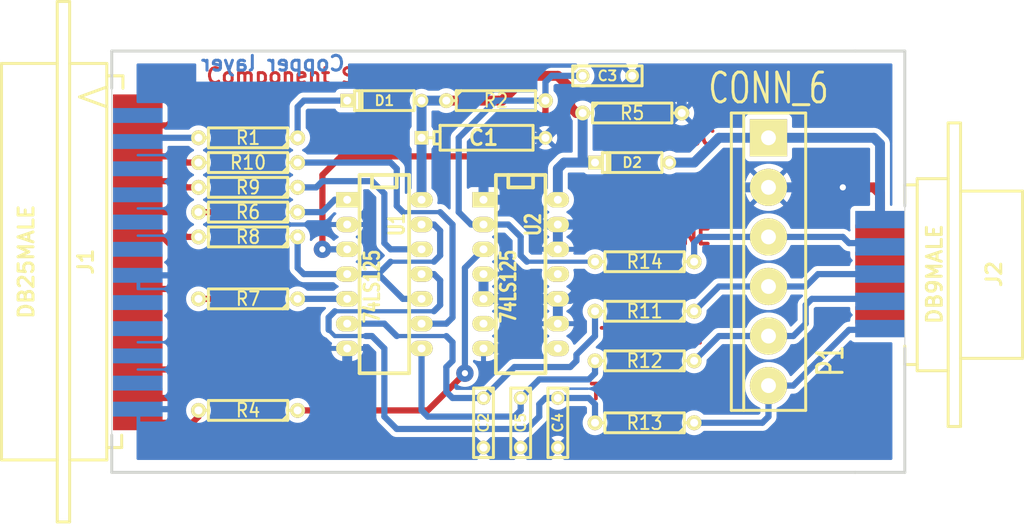
<source format=kicad_pcb>
(kicad_pcb (version 20221018) (generator pcbnew)
  (title_block (rev "1") (company "Kicad Demo"))
  (layers (0 "F.Cu" signal "Dessus") (31 "B.Cu" signal "Dessous") (34 "B.Paste" user) (35 "F.Paste" user) (36 "B.SilkS" user "B.Silkscreen") (37 "F.SilkS" user "F.Silkscreen") (38 "B.Mask" user) (39 "F.Mask" user) (44 "Edge.Cuts" user))
  (net 0 "")
  (net 1 "/CLK-D1")
  (net 2 "/CTRL-D3")
  (net 3 "/DONE-SELECT*")
  (net 4 "/PWR_3,3-5V")
  (net 5 "/TCK-CCLK")
  (net 6 "/TD0-DONE")
  (net 7 "/TD0-PROG-D4")
  (net 8 "/TDI-DIN")
  (net 9 "/TDI-DIN-D0")
  (net 10 "/TMS-PROG")
  (net 11 "/TMS-PROG-D2")
  (net 12 "/VCC_SENSE-ERROR*")
  (net 13 "GND")
  (net 14 "N-000008")
  (net 15 "N-000014")
  (net 16 "N-000015")
  (net 17 "N-000016")
  (net 18 "N-000030")
  (net 19 "N-000031")
  (net 20 "N-000032")
  (net 21 "N-000033")
  (net 22 "N-000034")
  (net 23 "N-000035")
  (net 24 "N-000036")
  (net 25 "N-000038")
  (net 26 "VCC")
  (footprint "14DIP-ELL300" (layer "F.Cu") (at 130.81 90.17 -90)
    (fp_text reference "U1" (at -5.08 -1.27 270) (layer "F.SilkS") (effects (font (size 1.524 1.143) (thickness 0.28702))))
    (fp_text value "74LS125" (at 1.27 1.27 270) (layer "F.SilkS") (effects (font (size 1.524 1.143) (thickness 0.28702))))
    (pad "1" thru_hole rect (at -7.62 3.81 270) (size 1.5748 2.286) (drill 0.8128) (layers "*.Cu" "*.Mask" "F.SilkS") (net 19 "N-000031"))
    (pad "2" thru_hole oval (at -5.08 3.81 270) (size 1.5748 2.286) (drill 0.8128) (layers "*.Cu" "*.Mask" "F.SilkS") (net 13 "GND"))
    (pad "3" thru_hole oval (at -2.54 3.81 270) (size 1.5748 2.286) (drill 0.8128) (layers "*.Cu" "*.Mask" "F.SilkS") (net 25 "N-000038"))
    (pad "4" thru_hole oval (at 0 3.81 270) (size 1.5748 2.286) (drill 0.8128) (layers "*.Cu" "*.Mask" "F.SilkS") (net 21 "N-000033"))
    (pad "5" thru_hole oval (at 2.54 3.81 270) (size 1.5748 2.286) (drill 0.8128) (layers "*.Cu" "*.Mask" "F.SilkS") (net 17 "N-000016"))
    (pad "6" thru_hole oval (at 5.08 3.81 270) (size 1.5748 2.286) (drill 0.8128) (layers "*.Cu" "*.Mask" "F.SilkS") (net 23 "N-000035"))
    (pad "7" thru_hole oval (at 7.62 3.81 270) (size 1.5748 2.286) (drill 0.8128) (layers "*.Cu" "*.Mask" "F.SilkS") (net 13 "GND"))
    (pad "8" thru_hole oval (at 7.62 -3.81 270) (size 1.5748 2.286) (drill 0.8128) (layers "*.Cu" "*.Mask" "F.SilkS") (net 24 "N-000036"))
    (pad "9" thru_hole oval (at 5.08 -3.81 270) (size 1.5748 2.286) (drill 0.8128) (layers "*.Cu" "*.Mask" "F.SilkS") (net 18 "N-000030"))
    (pad "10" thru_hole oval (at 2.54 -3.81 270) (size 1.5748 2.286) (drill 0.8128) (layers "*.Cu" "*.Mask" "F.SilkS") (net 21 "N-000033"))
    (pad "11" thru_hole oval (at 0 -3.81 270) (size 1.5748 2.286) (drill 0.8128) (layers "*.Cu" "*.Mask" "F.SilkS") (net 22 "N-000034"))
    (pad "12" thru_hole oval (at -2.54 -3.81 270) (size 1.5748 2.286) (drill 0.8128) (layers "*.Cu" "*.Mask" "F.SilkS") (net 20 "N-000032"))
    (pad "13" thru_hole oval (at -5.08 -3.81 270) (size 1.5748 2.286) (drill 0.8128) (layers "*.Cu" "*.Mask" "F.SilkS") (net 21 "N-000033"))
    (pad "14" thru_hole oval (at -7.62 -3.81 270) (size 1.5748 2.286) (drill 0.8128) (layers "*.Cu" "*.Mask" "F.SilkS") (net 26 "VCC"))
  )
  (footprint "R4" (layer "F.Cu") (at 157.48 105.41 180)
    (fp_text reference "R13" (at 0 0 180) (layer "F.SilkS") (effects (font (size 1.397 1.27) (thickness 0.2032))))
    (fp_text value "100" hide)
    (pad "1" thru_hole circle (at -5.08 0 180) (size 1.524 1.524) (drill 0.8128) (layers "*.Cu" "*.Mask" "F.SilkS") (net 10 "/TMS-PROG"))
    (pad "2" thru_hole circle (at 5.08 0 180) (size 1.524 1.524) (drill 0.8128) (layers "*.Cu" "*.Mask" "F.SilkS") (net 22 "N-000034"))
  )
  (footprint "D3" (layer "F.Cu") (at 130.81 72.39 180)
    (fp_text reference "D1" (at 0 0 180) (layer "F.SilkS") (effects (font (size 1.016 1.016) (thickness 0.2032))))
    (fp_text value "BAT46" hide)
    (pad "1" thru_hole circle (at -3.81 0 180) (size 1.397 1.397) (drill 0.8128) (layers "*.Cu" "*.Mask" "F.SilkS") (net 26 "VCC"))
    (pad "2" thru_hole rect (at 3.81 0 180) (size 1.397 1.397) (drill 0.8128) (layers "*.Cu" "*.Mask" "F.SilkS") (net 15 "N-000014"))
  )
  (footprint "CP5" (layer "F.Cu") (at 140.97 76.2)
    (fp_text reference "C1" (at 0 0) (layer "F.SilkS") (effects (font (size 1.524 1.524) (thickness 0.3048))))
    (fp_text value "1uF" hide)
    (pad "1" thru_hole rect (at -6.35 0) (size 1.397 1.397) (drill 0.8128) (layers "*.Cu" "*.Mask" "F.SilkS") (net 26 "VCC"))
    (pad "2" thru_hole circle (at 6.35 0) (size 1.397 1.397) (drill 0.8128) (layers "*.Cu" "*.Mask" "F.SilkS") (net 13 "GND"))
  )
  (footprint "R4" (layer "F.Cu") (at 116.84 104.14 180)
    (fp_text reference "R4" (at 0 0 180) (layer "F.SilkS") (effects (font (size 1.397 1.27) (thickness 0.2032))))
    (fp_text value "47" hide)
    (pad "1" thru_hole circle (at -5.08 0 180) (size 1.524 1.524) (drill 0.8128) (layers "*.Cu" "*.Mask" "F.SilkS") (net 16 "N-000015"))
    (pad "2" thru_hole circle (at 5.08 0 180) (size 1.524 1.524) (drill 0.8128) (layers "*.Cu" "*.Mask" "F.SilkS") (net 3 "/DONE-SELECT*"))
  )
  (footprint "C2" (layer "F.Cu") (at 144.78 105.41 -90)
    (fp_text reference "C5" (at 0 0 270) (layer "F.SilkS") (effects (font (size 1.016 1.016) (thickness 0.2032))))
    (fp_text value "100pF" hide)
    (pad "1" thru_hole circle (at -2.54 0 270) (size 1.397 1.397) (drill 0.8128) (layers "*.Cu" "*.Mask" "F.SilkS") (net 24 "N-000036"))
    (pad "2" thru_hole circle (at 2.54 0 270) (size 1.397 1.397) (drill 0.8128) (layers "*.Cu" "*.Mask" "F.SilkS") (net 13 "GND"))
  )
  (footprint "R4" (layer "F.Cu") (at 116.84 92.71 180)
    (fp_text reference "R7" (at 0 0 180) (layer "F.SilkS") (effects (font (size 1.397 1.27) (thickness 0.2032))))
    (fp_text value "100" hide)
    (pad "1" thru_hole circle (at -5.08 0 180) (size 1.524 1.524) (drill 0.8128) (layers "*.Cu" "*.Mask" "F.SilkS") (net 17 "N-000016"))
    (pad "2" thru_hole circle (at 5.08 0 180) (size 1.524 1.524) (drill 0.8128) (layers "*.Cu" "*.Mask" "F.SilkS") (net 9 "/TDI-DIN-D0"))
  )
  (footprint "R4" (layer "F.Cu") (at 157.48 88.9 180)
    (fp_text reference "R14" (at 0 0 180) (layer "F.SilkS") (effects (font (size 1.397 1.27) (thickness 0.2032))))
    (fp_text value "100" hide)
    (pad "1" thru_hole circle (at -5.08 0 180) (size 1.524 1.524) (drill 0.8128) (layers "*.Cu" "*.Mask" "F.SilkS") (net 6 "/TD0-DONE"))
    (pad "2" thru_hole circle (at 5.08 0 180) (size 1.524 1.524) (drill 0.8128) (layers "*.Cu" "*.Mask" "F.SilkS") (net 25 "N-000038"))
  )
  (footprint "R4" (layer "F.Cu") (at 116.84 78.74 180)
    (fp_text reference "R10" (at 0 0 180) (layer "F.SilkS") (effects (font (size 1.397 1.27) (thickness 0.2032))))
    (fp_text value "100" hide)
    (pad "1" thru_hole circle (at -5.08 0 180) (size 1.524 1.524) (drill 0.8128) (layers "*.Cu" "*.Mask" "F.SilkS") (net 18 "N-000030"))
    (pad "2" thru_hole circle (at 5.08 0 180) (size 1.524 1.524) (drill 0.8128) (layers "*.Cu" "*.Mask" "F.SilkS") (net 1 "/CLK-D1"))
  )
  (footprint "bornier6" (layer "F.Cu") (at 170.18 88.9 -90)
    (fp_text reference "P1" (at 10.16 -6.35 270) (layer "F.SilkS") (effects (font (size 2.6162 1.59766) (thickness 0.3048))))
    (fp_text value "CONN_6" (at -17.78 0) (layer "F.SilkS") (effects (font (size 3.05054 2.0955) (thickness 0.3048))))
    (pad "1" thru_hole rect (at -12.7 0 270) (size 3.81 3.81) (drill 1.524) (layers "*.Cu" "*.Mask" "F.SilkS") (net 4 "/PWR_3,3-5V"))
    (pad "2" thru_hole circle (at -7.62 0 270) (size 3.81 3.81) (drill 1.524) (layers "*.Cu" "*.Mask" "F.SilkS") (net 13 "GND"))
    (pad "3" thru_hole circle (at -2.54 0 270) (size 3.81 3.81) (drill 1.524) (layers "*.Cu" "*.Mask" "F.SilkS") (net 6 "/TD0-DONE"))
    (pad "4" thru_hole circle (at 2.54 0 270) (size 3.81 3.81) (drill 1.524) (layers "*.Cu" "*.Mask" "F.SilkS") (net 8 "/TDI-DIN"))
    (pad "5" thru_hole circle (at 7.62 0 270) (size 3.81 3.81) (drill 1.524) (layers "*.Cu" "*.Mask" "F.SilkS") (net 5 "/TCK-CCLK"))
    (pad "6" thru_hole circle (at 12.7 0 270) (size 3.81 3.81) (drill 1.524) (layers "*.Cu" "*.Mask" "F.SilkS") (net 10 "/TMS-PROG"))
  )
  (footprint "D3" (layer "F.Cu") (at 156.21 78.74 180)
    (fp_text reference "D2" (at 0 0 180) (layer "F.SilkS") (effects (font (size 1.016 1.016) (thickness 0.2032))))
    (fp_text value "BAT46" hide)
    (pad "1" thru_hole circle (at -3.81 0 180) (size 1.397 1.397) (drill 0.8128) (layers "*.Cu" "*.Mask" "F.SilkS") (net 4 "/PWR_3,3-5V"))
    (pad "2" thru_hole rect (at 3.81 0 180) (size 1.397 1.397) (drill 0.8128) (layers "*.Cu" "*.Mask" "F.SilkS") (net 26 "VCC"))
  )
  (footprint "C2" (layer "F.Cu") (at 153.67 69.85)
    (fp_text reference "C3" (at 0 0) (layer "F.SilkS") (effects (font (size 1.016 1.016) (thickness 0.2032))))
    (fp_text value "100pF" hide)
    (pad "1" thru_hole circle (at -2.54 0) (size 1.397 1.397) (drill 0.8128) (layers "*.Cu" "*.Mask" "F.SilkS") (net 25 "N-000038"))
    (pad "2" thru_hole circle (at 2.54 0) (size 1.397 1.397) (drill 0.8128) (layers "*.Cu" "*.Mask" "F.SilkS") (net 13 "GND"))
  )
  (footprint "C2" (layer "F.Cu") (at 140.97 105.41 -90)
    (fp_text reference "C2" (at 0 0 270) (layer "F.SilkS") (effects (font (size 1.016 1.016) (thickness 0.2032))))
    (fp_text value "100pF" hide)
    (pad "1" thru_hole circle (at -2.54 0 270) (size 1.397 1.397) (drill 0.8128) (layers "*.Cu" "*.Mask" "F.SilkS") (net 23 "N-000035"))
    (pad "2" thru_hole circle (at 2.54 0 270) (size 1.397 1.397) (drill 0.8128) (layers "*.Cu" "*.Mask" "F.SilkS") (net 13 "GND"))
  )
  (footprint "14DIP-ELL300" (layer "F.Cu") (at 144.78 90.17 -90)
    (fp_text reference "U2" (at -5.08 -1.27 270) (layer "F.SilkS") (effects (font (size 1.524 1.143) (thickness 0.28702))))
    (fp_text value "74LS125" (at 1.27 1.27 270) (layer "F.SilkS") (effects (font (size 1.524 1.143) (thickness 0.28702))))
    (pad "1" thru_hole rect (at -7.62 3.81 270) (size 1.5748 2.286) (drill 0.8128) (layers "*.Cu" "*.Mask" "F.SilkS") (net 13 "GND"))
    (pad "2" thru_hole oval (at -5.08 3.81 270) (size 1.5748 2.286) (drill 0.8128) (layers "*.Cu" "*.Mask" "F.SilkS") (net 25 "N-000038"))
    (pad "3" thru_hole oval (at -2.54 3.81 270) (size 1.5748 2.286) (drill 0.8128) (layers "*.Cu" "*.Mask" "F.SilkS") (net 16 "N-000015"))
    (pad "4" thru_hole oval (at 0 3.81 270) (size 1.5748 2.286) (drill 0.8128) (layers "*.Cu" "*.Mask" "F.SilkS") (net 13 "GND"))
    (pad "5" thru_hole oval (at 2.54 3.81 270) (size 1.5748 2.286) (drill 0.8128) (layers "*.Cu" "*.Mask" "F.SilkS") (net 13 "GND"))
    (pad "6" thru_hole oval (at 5.08 3.81 270) (size 1.5748 2.286) (drill 0.8128) (layers "*.Cu" "*.Mask" "F.SilkS"))
    (pad "7" thru_hole oval (at 7.62 3.81 270) (size 1.5748 2.286) (drill 0.8128) (layers "*.Cu" "*.Mask" "F.SilkS") (net 13 "GND"))
    (pad "8" thru_hole oval (at 7.62 -3.81 270) (size 1.5748 2.286) (drill 0.8128) (layers "*.Cu" "*.Mask" "F.SilkS"))
    (pad "9" thru_hole oval (at 5.08 -3.81 270) (size 1.5748 2.286) (drill 0.8128) (layers "*.Cu" "*.Mask" "F.SilkS") (net 13 "GND"))
    (pad "10" thru_hole oval (at 2.54 -3.81 270) (size 1.5748 2.286) (drill 0.8128) (layers "*.Cu" "*.Mask" "F.SilkS") (net 13 "GND"))
    (pad "11" thru_hole oval (at 0 -3.81 270) (size 1.5748 2.286) (drill 0.8128) (layers "*.Cu" "*.Mask" "F.SilkS"))
    (pad "12" thru_hole oval (at -2.54 -3.81 270) (size 1.5748 2.286) (drill 0.8128) (layers "*.Cu" "*.Mask" "F.SilkS") (net 13 "GND"))
    (pad "13" thru_hole oval (at -5.08 -3.81 270) (size 1.5748 2.286) (drill 0.8128) (layers "*.Cu" "*.Mask" "F.SilkS") (net 13 "GND"))
    (pad "14" thru_hole oval (at -7.62 -3.81 270) (size 1.5748 2.286) (drill 0.8128) (layers "*.Cu" "*.Mask" "F.SilkS") (net 26 "VCC"))
  )
  (footprint "R4" (layer "F.Cu") (at 156.21 73.66)
    (fp_text reference "R5" (at 0 0) (layer "F.SilkS") (effects (font (size 1.397 1.27) (thickness 0.2032))))
    (fp_text value "1K" hide)
    (pad "1" thru_hole circle (at -5.08 0) (size 1.524 1.524) (drill 0.8128) (layers "*.Cu" "*.Mask" "F.SilkS") (net 26 "VCC"))
    (pad "2" thru_hole circle (at 5.08 0) (size 1.524 1.524) (drill 0.8128) (layers "*.Cu" "*.Mask" "F.SilkS") (net 13 "GND"))
  )
  (footprint "R4" (layer "F.Cu") (at 116.84 76.2 180)
    (fp_text reference "R1" (at 0 0 180) (layer "F.SilkS") (effects (font (size 1.397 1.27) (thickness 0.2032))))
    (fp_text value "100" hide)
    (pad "1" thru_hole circle (at -5.08 0 180) (size 1.524 1.524) (drill 0.8128) (layers "*.Cu" "*.Mask" "F.SilkS") (net 15 "N-000014"))
    (pad "2" thru_hole circle (at 5.08 0 180) (size 1.524 1.524) (drill 0.8128) (layers "*.Cu" "*.Mask" "F.SilkS") (net 12 "/VCC_SENSE-ERROR*"))
  )
  (footprint "R4" (layer "F.Cu") (at 142.24 72.39)
    (fp_text reference "R2" (at 0 0) (layer "F.SilkS") (effects (font (size 1.397 1.27) (thickness 0.2032))))
    (fp_text value "5,1K" hide)
    (pad "1" thru_hole circle (at -5.08 0) (size 1.524 1.524) (drill 0.8128) (layers "*.Cu" "*.Mask" "F.SilkS") (net 26 "VCC"))
    (pad "2" thru_hole circle (at 5.08 0) (size 1.524 1.524) (drill 0.8128) (layers "*.Cu" "*.Mask" "F.SilkS") (net 25 "N-000038"))
  )
  (footprint "C2" (layer "F.Cu") (at 148.59 105.41 -90)
    (fp_text reference "C4" (at 0 0 270) (layer "F.SilkS") (effects (font (size 1.016 1.016) (thickness 0.2032))))
    (fp_text value "100pF" hide)
    (pad "1" thru_hole circle (at -2.54 0 270) (size 1.397 1.397) (drill 0.8128) (layers "*.Cu" "*.Mask" "F.SilkS") (net 22 "N-000034"))
    (pad "2" thru_hole circle (at 2.54 0 270) (size 1.397 1.397) (drill 0.8128) (layers "*.Cu" "*.Mask" "F.SilkS") (net 13 "GND"))
  )
  (footprint "DB9M_CI_INVERT" (layer "F.Cu") (at 184.15 90.17 -90)
    (fp_text reference "J2" (at 0 -9.144 270) (layer "F.SilkS") (effects (font (size 1.524 1.524) (thickness 0.3048))))
    (fp_text value "DB9MALE" (at 0 -3.048 270) (layer "F.SilkS") (effects (font (size 1.524 1.524) (thickness 0.3048))))
    (pad "1" connect rect (at -5.588 2.54 270) (size 1.778 5.08) (layers "B.Cu" "B.Mask") (net 4 "/PWR_3,3-5V"))
    (pad "2" connect rect (at -2.794 2.54 270) (size 1.778 5.08) (layers "B.Cu" "B.Mask") (net 6 "/TD0-DONE"))
    (pad "3" connect rect (at 0 2.54 270) (size 1.778 5.08) (layers "B.Cu" "B.Mask") (net 8 "/TDI-DIN"))
    (pad "4" connect rect (at 2.794 2.54 270) (size 1.778 5.08) (layers "B.Cu" "B.Mask") (net 5 "/TCK-CCLK"))
    (pad "5" connect rect (at 5.588 2.54 270) (size 1.778 5.08) (layers "B.Cu" "B.Mask") (net 10 "/TMS-PROG"))
    (pad "6" connect rect (at -4.191 2.54 270) (size 1.778 5.08) (layers "F.Cu" "F.Mask") (net 13 "GND"))
    (pad "7" connect rect (at -1.397 2.54 270) (size 1.778 5.08) (layers "F.Cu" "F.Mask") (net 13 "GND"))
    (pad "8" connect rect (at 1.397 2.54 270) (size 1.778 5.08) (layers "F.Cu" "F.Mask") (net 13 "GND"))
    (pad "9" connect rect (at 4.191 2.54 270) (size 1.778 5.08) (layers "F.Cu" "F.Mask") (net 13 "GND"))
  )
  (footprint "R4" (layer "F.Cu") (at 116.84 81.28 180)
    (fp_text reference "R9" (at 0 0 180) (layer "F.SilkS") (effects (font (size 1.397 1.27) (thickness 0.2032))))
    (fp_text value "100" hide)
    (pad "1" thru_hole circle (at -5.08 0 180) (size 1.524 1.524) (drill 0.8128) (layers "*.Cu" "*.Mask" "F.SilkS") (net 20 "N-000032"))
    (pad "2" thru_hole circle (at 5.08 0 180) (size 1.524 1.524) (drill 0.8128) (layers "*.Cu" "*.Mask" "F.SilkS") (net 11 "/TMS-PROG-D2"))
  )
  (footprint "DB25M_CI" (layer "F.Cu") (at 102.87 88.9 90)
    (fp_text reference "J1" (at 0 -2.667 270) (layer "F.SilkS") (effects (font (size 1.524 1.524) (thickness 0.3048))))
    (fp_text value "DB25MALE" (at 0 -8.763 270) (layer "F.SilkS") (effects (font (size 1.524 1.524) (thickness 0.3048))))
    (pad "1" connect rect (at 16.383 2.667 180) (size 5.08 1.524) (layers "F.Cu" "F.Mask"))
    (pad "2" connect rect (at 13.716 2.667 180) (size 5.08 1.524) (layers "F.Cu" "F.Mask") (net 9 "/TDI-DIN-D0"))
    (pad "3" connect rect (at 10.922 2.667 180) (size 5.08 1.524) (layers "F.Cu" "F.Mask") (net 1 "/CLK-D1"))
    (pad "4" connect rect (at 8.128 2.667 180) (size 5.08 1.524) (layers "F.Cu" "F.Mask") (net 11 "/TMS-PROG-D2"))
    (pad "5" connect rect (at 5.461 2.667 180) (size 5.08 1.524) (layers "F.Cu" "F.Mask") (net 2 "/CTRL-D3"))
    (pad "6" connect rect (at 2.667 2.667 180) (size 5.08 1.524) (layers "F.Cu" "F.Mask") (net 7 "/TD0-PROG-D4"))
    (pad "7" connect rect (at 0 2.667 180) (size 5.08 1.524) (layers "F.Cu" "F.Mask"))
    (pad "8" connect rect (at -2.794 2.667 180) (size 5.08 1.524) (layers "F.Cu" "F.Mask") (net 14 "N-000008"))
    (pad "9" connect rect (at -5.588 2.667 180) (size 5.08 1.524) (layers "F.Cu" "F.Mask"))
    (pad "10" connect rect (at -8.255 2.667 180) (size 5.08 1.524) (layers "F.Cu" "F.Mask"))
    (pad "11" connect rect (at -11.049 2.667 180) (size 5.08 1.524) (layers "F.Cu" "F.Mask") (net 14 "N-000008"))
    (pad "12" connect rect (at -13.716 2.667 180) (size 5.08 1.524) (layers "F.Cu" "F.Mask") (net 14 "N-000008"))
    (pad "13" connect rect (at -16.51 2.667 180) (size 5.08 1.524) (layers "F.Cu" "F.Mask") (net 3 "/DONE-SELECT*"))
    (pad "14" connect rect (at 14.986 2.667 180) (size 5.08 1.524) (layers "B.Cu" "B.Mask"))
    (pad "15" connect rect (at 12.319 2.667 180) (size 5.08 1.524) (layers "B.Cu" "B.Mask") (net 12 "/VCC_SENSE-ERROR*"))
    (pad "16" connect rect (at 9.525 2.667 180) (size 5.08 1.524) (layers "B.Cu" "B.Mask"))
    (pad "17" connect rect (at 6.858 2.667 180) (size 5.08 1.524) (layers "B.Cu" "B.Mask"))
    (pad "18" connect rect (at 4.064 2.667 180) (size 5.08 1.524) (layers "B.Cu" "B.Mask"))
    (pad "19" connect rect (at 1.27 2.667 180) (size 5.08 1.524) (layers "B.Cu" "B.Mask"))
    (pad "20" connect rect (at -1.397 2.667 180) (size 5.08 1.524) (layers "B.Cu" "B.Mask") (net 13 "GND"))
    (pad "21" connect rect (at -4.191 2.667 180) (size 5.08 1.524) (layers "B.Cu" "B.Mask"))
    (pad "22" connect rect (at -6.858 2.667 180) (size 5.08 1.524) (layers "B.Cu" "B.Mask"))
    (pad "23" connect rect (at -9.652 2.667 180) (size 5.08 1.524) (layers "B.Cu" "B.Mask"))
    (pad "24" connect rect (at -12.446 2.667 180) (size 5.08 1.524) (layers "B.Cu" "B.Mask"))
    (pad "25" connect rect (at -15.113 2.667 180) (size 5.08 1.524) (layers "B.Cu" "B.Mask") (net 13 "GND"))
  )
  (footprint "R4" (layer "F.Cu") (at 116.84 83.82 180)
    (fp_text reference "R6" (at 0 0 180) (layer "F.SilkS") (effects (font (size 1.397 1.27) (thickness 0.2032))))
    (fp_text value "100" hide)
    (pad "1" thru_hole circle (at -5.08 0 180) (size 1.524 1.524) (drill 0.8128) (layers "*.Cu" "*.Mask" "F.SilkS") (net 19 "N-000031"))
    (pad "2" thru_hole circle (at 5.08 0 180) (size 1.524 1.524) (drill 0.8128) (layers "*.Cu" "*.Mask" "F.SilkS") (net 7 "/TD0-PROG-D4"))
  )
  (footprint "R4" (layer "F.Cu") (at 116.84 86.36 180)
    (fp_text reference "R8" (at 0 0 180) (layer "F.SilkS") (effects (font (size 1.397 1.27) (thickness 0.2032))))
    (fp_text value "100" hide)
    (pad "1" thru_hole circle (at -5.08 0 180) (size 1.524 1.524) (drill 0.8128) (layers "*.Cu" "*.Mask" "F.SilkS") (net 21 "N-000033"))
    (pad "2" thru_hole circle (at 5.08 0 180) (size 1.524 1.524) (drill 0.8128) (layers "*.Cu" "*.Mask" "F.SilkS") (net 2 "/CTRL-D3"))
  )
  (footprint "R4" (layer "F.Cu") (at 157.48 93.98 180)
    (fp_text reference "R11" (at 0 0 180) (layer "F.SilkS") (effects (font (size 1.397 1.27) (thickness 0.2032))))
    (fp_text value "100" hide)
    (pad "1" thru_hole circle (at -5.08 0 180) (size 1.524 1.524) (drill 0.8128) (layers "*.Cu" "*.Mask" "F.SilkS") (net 8 "/TDI-DIN"))
    (pad "2" thru_hole circle (at 5.08 0 180) (size 1.524 1.524) (drill 0.8128) (layers "*.Cu" "*.Mask" "F.SilkS") (net 23 "N-000035"))
  )
  (footprint "R4" (layer "F.Cu") (at 157.48 99.06 180)
    (fp_text reference "R12" (at 0 0 180) (layer "F.SilkS") (effects (font (size 1.397 1.27) (thickness 0.2032))))
    (fp_text value "100" hide)
    (pad "1" thru_hole circle (at -5.08 0 180) (size 1.524 1.524) (drill 0.8128) (layers "*.Cu" "*.Mask" "F.SilkS") (net 5 "/TCK-CCLK"))
    (pad "2" thru_hole circle (at 5.08 0 180) (size 1.524 1.524) (drill 0.8128) (layers "*.Cu" "*.Mask" "F.SilkS") (net 24 "N-000036"))
  )
  (gr_line (start 179.07 110.49) (end 102.87 110.49) (stroke (width 0.3048)) (layer "Edge.Cuts"))
  (gr_line (start 102.87 71.12) (end 102.87 106.68) (stroke (width 0.1)) (layer "Edge.Cuts"))
  (gr_line (start 184.15 67.31) (end 184.15 83.185) (stroke (width 0.3048)) (layer "Edge.Cuts"))
  (gr_line (start 184.15 110.49) (end 179.07 110.49) (stroke (width 0.3048)) (layer "Edge.Cuts"))
  (gr_line (start 179.07 67.31) (end 184.15 67.31) (stroke (width 0.3048)) (layer "Edge.Cuts"))
  (gr_line (start 102.87 67.31) (end 179.07 67.31) (stroke (width 0.3048)) (layer "Edge.Cuts"))
  (gr_line (start 184.15 83.185) (end 184.15 97.79) (stroke (width 0.1)) (layer "Edge.Cuts"))
  (gr_line (start 102.87 71.12) (end 102.87 67.31) (stroke (width 0.3048)) (layer "Edge.Cuts"))
  (gr_line (start 184.15 97.79) (end 184.15 110.49) (stroke (width 0.3048)) (layer "Edge.Cuts"))
  (gr_line (start 102.87 110.49) (end 102.87 106.68) (stroke (width 0.3048)) (layer "Edge.Cuts"))
  (gr_text "VCC" (at 162.56 76.2) (layer "F.Cu") (effects (font (size 1.524 1.524) (thickness 0.381))))
  (gr_text "GND" (at 162.56 81.28) (layer "F.Cu") (effects (font (size 1.524 1.524) (thickness 0.381))))
  (gr_text "TMS-PROG" (at 158.115 102.235) (layer "F.Cu") (effects (font (size 1.524 1.524) (thickness 0.381))))
  (gr_text "TDI-TIN" (at 158.115 91.44) (layer "F.Cu") (effects (font (size 1.524 1.524) (thickness 0.381))))
  (gr_text "TCK-CCL" (at 158.115 96.52) (layer "F.Cu") (effects (font (size 1.524 1.524) (thickness 0.381))))
  (gr_text "Component Side" (at 121.92 69.85) (layer "F.Cu") (effects (font (size 1.524 1.524) (thickness 0.3048))))
  (gr_text "TDO-DONE" (at 158.115 86.36) (layer "F.Cu") (effects (font (size 1.524 1.524) (thickness 0.381))))
  (gr_text "Copper layer" (at 119.38 68.58) (layer "B.Cu") (effects (font (size 1.524 1.524) (thickness 0.3048)) (justify mirror)))
  (segment (start 111.76 78.74) (end 110.49 78.74) (width 0.635) (layer "F.Cu") (net 1))
  (segment (start 106.045 78.105) (end 105.537 77.978) (width 0.635) (layer "F.Cu") (net 1))
  (segment (start 109.855 78.105) (end 106.045 78.105) (width 0.635) (layer "F.Cu") (net 1))
  (segment (start 110.49 78.74) (end 109.855 78.105) (width 0.635) (layer "F.Cu") (net 1))
  (segment (start 109.855 84.455) (end 109.22 83.82) (width 0.635) (layer "F.Cu") (net 2))
  (segment (start 109.22 83.82) (end 105.41 83.82) (width 0.635) (layer "F.Cu") (net 2))
  (segment (start 110.49 86.36) (end 109.855 85.725) (width 0.635) (layer "F.Cu") (net 2))
  (segment (start 111.76 86.36) (end 110.49 86.36) (width 0.635) (layer "F.Cu") (net 2))
  (segment (start 105.41 83.82) (end 105.537 83.439) (width 0.635) (layer "F.Cu") (net 2))
  (segment (start 109.855 85.725) (end 109.855 84.455) (width 0.635) (layer "F.Cu") (net 2))
  (segment (start 111.76 104.14) (end 111.76 104.775) (width 0.635) (layer "F.Cu") (net 3))
  (segment (start 111.125 105.41) (end 105.537 105.41) (width 0.635) (layer "F.Cu") (net 3))
  (segment (start 111.76 104.775) (end 111.125 105.41) (width 0.635) (layer "F.Cu") (net 3))
  (segment (start 181.61 76.835) (end 180.975 76.2) (width 1.016) (layer "B.Cu") (net 4))
  (segment (start 160.02 78.74) (end 162.56 78.74) (width 1.016) (layer "B.Cu") (net 4))
  (segment (start 181.61 76.835) (end 181.61 84.582) (width 1.016) (layer "B.Cu") (net 4))
  (segment (start 165.1 76.2) (end 170.18 76.2) (width 1.016) (layer "B.Cu") (net 4))
  (segment (start 170.18 76.2) (end 180.975 76.2) (width 1.016) (layer "B.Cu") (net 4))
  (segment (start 162.56 78.74) (end 165.1 76.2) (width 1.016) (layer "B.Cu") (net 4))
  (segment (start 170.18 96.52) (end 172.72 96.52) (width 0.635) (layer "B.Cu") (net 5))
  (segment (start 165.1 96.52) (end 170.18 96.52) (width 0.635) (layer "B.Cu") (net 5))
  (segment (start 173.99 95.25) (end 173.99 93.345) (width 0.635) (layer "B.Cu") (net 5))
  (segment (start 174.625 92.71) (end 181.61 92.71) (width 0.635) (layer "B.Cu") (net 5))
  (segment (start 172.72 96.52) (end 173.99 95.25) (width 0.635) (layer "B.Cu") (net 5))
  (segment (start 162.56 99.06) (end 165.1 96.52) (width 0.635) (layer "B.Cu") (net 5))
  (segment (start 181.61 92.71) (end 181.61 92.964) (width 0.635) (layer "B.Cu") (net 5))
  (segment (start 173.99 93.345) (end 174.625 92.71) (width 0.635) (layer "B.Cu") (net 5))
  (segment (start 177.8 86.36) (end 178.435 86.995) (width 0.635) (layer "B.Cu") (net 6))
  (segment (start 162.56 88.9) (end 162.56 86.995) (width 0.635) (layer "B.Cu") (net 6))
  (segment (start 178.435 86.995) (end 180.975 86.995) (width 0.635) (layer "B.Cu") (net 6))
  (segment (start 163.195 86.36) (end 170.18 86.36) (width 0.635) (layer "B.Cu") (net 6))
  (segment (start 162.56 86.995) (end 163.195 86.36) (width 0.635) (layer "B.Cu") (net 6))
  (segment (start 170.18 86.36) (end 177.8 86.36) (width 0.635) (layer "B.Cu") (net 6))
  (segment (start 180.975 86.995) (end 181.61 87.376) (width 0.635) (layer "B.Cu") (net 6))
  (segment (start 109.982 88.265) (end 113.665 88.265) (width 0.635) (layer "F.Cu") (net 7))
  (segment (start 105.537 86.233) (end 107.95 86.233) (width 0.635) (layer "F.Cu") (net 7))
  (segment (start 107.95 86.233) (end 109.982 88.265) (width 0.635) (layer "F.Cu") (net 7))
  (segment (start 113.665 88.265) (end 114.3 87.63) (width 0.635) (layer "F.Cu") (net 7))
  (segment (start 114.3 84.455) (end 113.665 83.82) (width 0.635) (layer "F.Cu") (net 7))
  (segment (start 113.665 83.82) (end 111.76 83.82) (width 0.635) (layer "F.Cu") (net 7))
  (segment (start 114.3 87.63) (end 114.3 84.455) (width 0.635) (layer "F.Cu") (net 7))
  (segment (start 170.18 91.44) (end 173.99 91.44) (width 0.635) (layer "B.Cu") (net 8))
  (segment (start 175.26 90.17) (end 181.61 90.17) (width 0.635) (layer "B.Cu") (net 8))
  (segment (start 162.56 93.98) (end 165.1 91.44) (width 0.635) (layer "B.Cu") (net 8))
  (segment (start 173.99 91.44) (end 175.26 90.17) (width 0.635) (layer "B.Cu") (net 8))
  (segment (start 165.1 91.44) (end 170.18 91.44) (width 0.635) (layer "B.Cu") (net 8))
  (segment (start 106.045 74.93) (end 106.045 75.565) (width 0.635) (layer "F.Cu") (net 9))
  (segment (start 115.57 74.295) (end 109.22 74.295) (width 0.635) (layer "F.Cu") (net 9))
  (segment (start 109.22 74.295) (end 108.585 74.93) (width 0.635) (layer "F.Cu") (net 9))
  (segment (start 116.205 91.44) (end 116.205 74.93) (width 0.635) (layer "F.Cu") (net 9))
  (segment (start 108.585 74.93) (end 106.045 74.93) (width 0.635) (layer "F.Cu") (net 9))
  (segment (start 114.935 92.71) (end 116.205 91.44) (width 0.635) (layer "F.Cu") (net 9))
  (segment (start 116.205 74.93) (end 115.57 74.295) (width 0.635) (layer "F.Cu") (net 9))
  (segment (start 111.76 92.71) (end 114.935 92.71) (width 0.635) (layer "F.Cu") (net 9))
  (segment (start 106.045 75.565) (end 105.537 75.184) (width 0.635) (layer "F.Cu") (net 9))
  (segment (start 170.18 104.775) (end 170.18 101.6) (width 0.635) (layer "B.Cu") (net 10))
  (segment (start 172.72 101.6) (end 178.435 95.885) (width 0.635) (layer "B.Cu") (net 10))
  (segment (start 178.435 95.885) (end 181.61 95.885) (width 0.635) (layer "B.Cu") (net 10))
  (segment (start 162.56 105.41) (end 169.545 105.41) (width 0.635) (layer "B.Cu") (net 10))
  (segment (start 170.18 101.6) (end 172.72 101.6) (width 0.635) (layer "B.Cu") (net 10))
  (segment (start 181.61 95.885) (end 181.61 95.758) (width 0.635) (layer "B.Cu") (net 10))
  (segment (start 169.545 105.41) (end 170.18 104.775) (width 0.635) (layer "B.Cu") (net 10))
  (segment (start 109.855 80.645) (end 106.045 80.645) (width 0.635) (layer "F.Cu") (net 11))
  (segment (start 111.76 81.28) (end 110.49 81.28) (width 0.635) (layer "F.Cu") (net 11))
  (segment (start 106.045 80.645) (end 105.537 80.772) (width 0.635) (layer "F.Cu") (net 11))
  (segment (start 110.49 81.28) (end 109.855 80.645) (width 0.635) (layer "F.Cu") (net 11))
  (segment (start 106.045 76.2) (end 105.537 76.581) (width 0.635) (layer "B.Cu") (net 12))
  (segment (start 111.76 76.2) (end 106.045 76.2) (width 0.635) (layer "B.Cu") (net 12))
  (segment (start 181.61 85.979) (end 181.61 81.915) (width 1.016) (layer "F.Cu") (net 13))
  (segment (start 181.61 88.773) (end 181.61 85.979) (width 1.016) (layer "F.Cu") (net 13))
  (segment (start 181.61 94.361) (end 181.61 91.567) (width 1.016) (layer "F.Cu") (net 13))
  (segment (start 180.975 81.28) (end 181.61 81.915) (width 1.016) (layer "F.Cu") (net 13))
  (segment (start 177.8 81.28) (end 180.975 81.28) (width 1.016) (layer "F.Cu") (net 13))
  (segment (start 181.61 91.567) (end 181.61 88.773) (width 1.016) (layer "F.Cu") (net 13))
  (via (at 177.8 81.28) (size 1.778) (drill 0.635) (layers "F.Cu" "B.Cu") (net 13))
  (segment (start 156.21 69.85) (end 160.655 69.85) (width 1.016) (layer "B.Cu") (net 13))
  (segment (start 148.59 87.63) (end 148.59 85.09) (width 1.016) (layer "B.Cu") (net 13))
  (segment (start 154.305 85.09) (end 154.94 85.725) (width 1.016) (layer "B.Cu") (net 13))
  (segment (start 170.18 81.28) (end 158.115 81.28) (width 1.016) (layer "B.Cu") (net 13))
  (segment (start 109.22 104.14) (end 109.22 107.315) (width 1.016) (layer "B.Cu") (net 13))
  (segment (start 154.305 92.075) (end 150.495 92.075) (width 1.016) (layer "B.Cu") (net 13))
  (segment (start 149.225 74.295) (end 149.225 72.39) (width 1.016) (layer "B.Cu") (net 13))
  (segment (start 148.59 107.95) (end 156.845 107.95) (width 1.016) (layer "B.Cu") (net 13))
  (segment (start 158.115 73.66) (end 161.29 73.66) (width 1.016) (layer "B.Cu") (net 13))
  (segment (start 148.59 85.09) (end 146.05 85.09) (width 1.016) (layer "B.Cu") (net 13))
  (segment (start 144.78 92.71) (end 148.59 92.71) (width 1.016) (layer "B.Cu") (net 13))
  (segment (start 140.97 92.71) (end 144.78 92.71) (width 1.016) (layer "B.Cu") (net 13))
  (segment (start 109.22 107.315) (end 109.855 107.95) (width 1.016) (layer "B.Cu") (net 13))
  (segment (start 154.94 85.725) (end 154.94 91.44) (width 1.016) (layer "B.Cu") (net 13))
  (segment (start 116.84 85.725) (end 116.84 89.535) (width 1.016) (layer "B.Cu") (net 13))
  (segment (start 157.48 80.645) (end 157.48 74.295) (width 1.016) (layer "B.Cu") (net 13))
  (segment (start 149.225 72.39) (end 149.86 71.755) (width 1.016) (layer "B.Cu") (net 13))
  (segment (start 148.59 85.09) (end 154.305 85.09) (width 1.016) (layer "B.Cu") (net 13))
  (segment (start 144.78 107.95) (end 148.59 107.95) (width 1.016) (layer "B.Cu") (net 13))
  (segment (start 170.18 81.28) (end 177.8 81.28) (width 1.016) (layer "B.Cu") (net 13))
  (segment (start 117.475 85.09) (end 116.84 85.725) (width 1.016) (layer "B.Cu") (net 13))
  (segment (start 116.84 89.535) (end 116.205 90.17) (width 1.016) (layer "B.Cu") (net 13))
  (segment (start 140.97 82.55) (end 140.97 76.835) (width 1.016) (layer "B.Cu") (net 13))
  (segment (start 149.86 92.71) (end 148.59 92.71) (width 1.016) (layer "B.Cu") (net 13))
  (segment (start 160.655 69.85) (end 161.29 70.485) (width 1.016) (layer "B.Cu") (net 13))
  (segment (start 148.59 95.25) (end 148.59 92.71) (width 1.016) (layer "B.Cu") (net 13))
  (segment (start 158.115 81.28) (end 157.48 80.645) (width 1.016) (layer "B.Cu") (net 13))
  (segment (start 143.51 82.55) (end 140.97 82.55) (width 1.016) (layer "B.Cu") (net 13))
  (segment (start 140.97 76.835) (end 141.605 76.2) (width 1.016) (layer "B.Cu") (net 13))
  (segment (start 116.205 90.17) (end 109.855 90.17) (width 1.016) (layer "B.Cu") (net 13))
  (segment (start 157.48 74.295) (end 158.115 73.66) (width 1.016) (layer "B.Cu") (net 13))
  (segment (start 147.32 76.2) (end 149.225 74.295) (width 1.016) (layer "B.Cu") (net 13))
  (segment (start 144.78 97.155) (end 144.78 92.71) (width 1.016) (layer "B.Cu") (net 13))
  (segment (start 156.21 71.12) (end 156.21 69.85) (width 1.016) (layer "B.Cu") (net 13))
  (segment (start 161.29 70.485) (end 161.29 73.66) (width 1.016) (layer "B.Cu") (net 13))
  (segment (start 144.145 97.79) (end 144.78 97.155) (width 1.016) (layer "B.Cu") (net 13))
  (segment (start 140.97 107.95) (end 144.78 107.95) (width 1.016) (layer "B.Cu") (net 13))
  (segment (start 157.48 107.315) (end 157.48 80.645) (width 1.016) (layer "B.Cu") (net 13))
  (segment (start 105.537 104.013) (end 109.22 104.013) (width 0.635) (layer "B.Cu") (net 13))
  (segment (start 127 107.95) (end 140.97 107.95) (width 1.016) (layer "B.Cu") (net 13))
  (segment (start 109.855 90.17) (end 109.22 90.805) (width 1.016) (layer "B.Cu") (net 13))
  (segment (start 140.97 92.71) (end 140.97 90.17) (width 1.016) (layer "B.Cu") (net 13))
  (segment (start 109.22 90.805) (end 109.22 104.14) (width 1.016) (layer "B.Cu") (net 13))
  (segment (start 140.97 97.79) (end 144.145 97.79) (width 1.016) (layer "B.Cu") (net 13))
  (segment (start 127 97.79) (end 127 107.95) (width 1.016) (layer "B.Cu") (net 13))
  (segment (start 109.855 90.297) (end 109.855 90.17) (width 0.635) (layer "B.Cu") (net 13))
  (segment (start 154.94 91.44) (end 154.305 92.075) (width 1.016) (layer "B.Cu") (net 13))
  (segment (start 155.575 71.755) (end 156.21 71.12) (width 1.016) (layer "B.Cu") (net 13))
  (segment (start 149.86 71.755) (end 155.575 71.755) (width 1.016) (layer "B.Cu") (net 13))
  (segment (start 105.537 90.297) (end 109.855 90.297) (width 0.635) (layer "B.Cu") (net 13))
  (segment (start 150.495 92.075) (end 149.86 92.71) (width 1.016) (layer "B.Cu") (net 13))
  (segment (start 109.855 107.95) (end 127 107.95) (width 1.016) (layer "B.Cu") (net 13))
  (segment (start 146.05 85.09) (end 143.51 82.55) (width 1.016) (layer "B.Cu") (net 13))
  (segment (start 156.845 107.95) (end 157.48 107.315) (width 1.016) (layer "B.Cu") (net 13))
  (segment (start 141.605 76.2) (end 147.32 76.2) (width 1.016) (layer "B.Cu") (net 13))
  (segment (start 109.22 104.013) (end 109.22 104.14) (width 0.635) (layer "B.Cu") (net 13))
  (segment (start 127 85.09) (end 117.475 85.09) (width 0.4318) (layer "B.Cu") (net 13))
  (segment (start 109.855 102.235) (end 109.22 102.87) (width 0.635) (layer "F.Cu") (net 14))
  (segment (start 109.855 99.949) (end 109.855 100.33) (width 0.635) (layer "F.Cu") (net 14))
  (segment (start 105.537 91.694) (end 109.22 91.694) (width 0.635) (layer "F.Cu") (net 14))
  (segment (start 105.41 102.87) (end 105.537 102.616) (width 0.635) (layer "F.Cu") (net 14))
  (segment (start 109.855 100.33) (end 109.855 102.235) (width 0.635) (layer "F.Cu") (net 14))
  (segment (start 105.537 99.949) (end 109.855 99.949) (width 0.635) (layer "F.Cu") (net 14))
  (segment (start 109.22 102.87) (end 105.41 102.87) (width 0.635) (layer "F.Cu") (net 14))
  (segment (start 109.22 91.694) (end 109.855 92.329) (width 0.635) (layer "F.Cu") (net 14))
  (segment (start 109.855 92.329) (end 109.855 100.33) (width 0.635) (layer "F.Cu") (net 14))
  (segment (start 121.92 76.2) (end 121.92 73.025) (width 0.635) (layer "B.Cu") (net 15))
  (segment (start 121.92 73.025) (end 122.555 72.39) (width 0.635) (layer "B.Cu") (net 15))
  (segment (start 122.555 72.39) (end 127 72.39) (width 0.635) (layer "B.Cu") (net 15))
  (segment (start 135.255 104.14) (end 121.92 104.14) (width 0.635) (layer "F.Cu") (net 16))
  (segment (start 139.065 100.33) (end 135.255 104.14) (width 0.635) (layer "F.Cu") (net 16))
  (via (at 139.065 100.33) (size 1.778) (drill 0.635) (layers "F.Cu" "B.Cu") (net 16))
  (segment (start 140.97 87.63) (end 139.065 89.535) (width 0.635) (layer "B.Cu") (net 16))
  (segment (start 139.065 89.535) (end 139.065 100.33) (width 0.635) (layer "B.Cu") (net 16))
  (segment (start 121.92 92.71) (end 127 92.71) (width 0.635) (layer "B.Cu") (net 17))
  (segment (start 132.08 83.185) (end 132.715 83.82) (width 0.635) (layer "B.Cu") (net 18))
  (segment (start 131.445 78.74) (end 132.08 79.375) (width 0.635) (layer "B.Cu") (net 18))
  (segment (start 132.08 79.375) (end 132.08 83.185) (width 0.635) (layer "B.Cu") (net 18))
  (segment (start 132.715 83.82) (end 136.525 83.82) (width 0.4318) (layer "B.Cu") (net 18))
  (segment (start 137.795 94.615) (end 137.795 85.09) (width 0.635) (layer "B.Cu") (net 18))
  (segment (start 137.16 95.25) (end 134.62 95.25) (width 0.635) (layer "B.Cu") (net 18))
  (segment (start 121.92 78.74) (end 131.445 78.74) (width 0.635) (layer "B.Cu") (net 18))
  (segment (start 137.795 94.615) (end 137.16 95.25) (width 0.635) (layer "B.Cu") (net 18))
  (segment (start 136.525 83.82) (end 137.795 85.09) (width 0.635) (layer "B.Cu") (net 18))
  (segment (start 121.92 83.82) (end 124.46 83.82) (width 0.635) (layer "B.Cu") (net 19))
  (segment (start 124.46 83.82) (end 125.73 82.55) (width 0.635) (layer "B.Cu") (net 19))
  (segment (start 125.73 82.55) (end 127 82.55) (width 0.635) (layer "B.Cu") (net 19))
  (segment (start 131.445 87.63) (end 134.62 87.63) (width 0.635) (layer "B.Cu") (net 20))
  (segment (start 130.81 81.915) (end 129.54 80.645) (width 0.635) (layer "B.Cu") (net 20))
  (segment (start 130.81 86.995) (end 130.81 81.915) (width 0.635) (layer "B.Cu") (net 20))
  (segment (start 121.92 81.28) (end 123.825 81.28) (width 0.635) (layer "B.Cu") (net 20))
  (segment (start 131.445 87.63) (end 130.81 86.995) (width 0.635) (layer "B.Cu") (net 20))
  (segment (start 129.54 80.645) (end 124.46 80.645) (width 0.635) (layer "B.Cu") (net 20))
  (segment (start 123.825 81.28) (end 124.46 80.645) (width 0.635) (layer "B.Cu") (net 20))
  (segment (start 121.92 86.36) (end 121.92 89.535) (width 0.635) (layer "B.Cu") (net 21))
  (segment (start 135.89 88.9) (end 136.525 88.265) (width 0.635) (layer "B.Cu") (net 21))
  (segment (start 135.89 85.09) (end 134.62 85.09) (width 0.635) (layer "B.Cu") (net 21))
  (segment (start 131.445 88.9) (end 135.89 88.9) (width 0.4318) (layer "B.Cu") (net 21))
  (segment (start 132.715 92.71) (end 134.62 92.71) (width 0.635) (layer "B.Cu") (net 21))
  (segment (start 121.92 89.535) (end 122.555 90.17) (width 0.635) (layer "B.Cu") (net 21))
  (segment (start 127 90.17) (end 130.175 90.17) (width 0.635) (layer "B.Cu") (net 21))
  (segment (start 130.175 90.17) (end 132.715 92.71) (width 0.635) (layer "B.Cu") (net 21))
  (segment (start 122.555 90.17) (end 127 90.17) (width 0.635) (layer "B.Cu") (net 21))
  (segment (start 136.525 88.265) (end 136.525 85.725) (width 0.635) (layer "B.Cu") (net 21))
  (segment (start 130.175 90.17) (end 131.445 88.9) (width 0.635) (layer "B.Cu") (net 21))
  (segment (start 135.89 85.09) (end 136.525 85.725) (width 0.635) (layer "B.Cu") (net 21))
  (segment (start 136.525 93.345) (end 135.89 93.98) (width 0.635) (layer "B.Cu") (net 22))
  (segment (start 135.89 93.98) (end 125.73 93.98) (width 0.4318) (layer "B.Cu") (net 22))
  (segment (start 128.905 96.52) (end 129.54 96.52) (width 0.635) (layer "B.Cu") (net 22))
  (segment (start 146.685 103.505) (end 147.32 102.87) (width 0.635) (layer "B.Cu") (net 22))
  (segment (start 129.54 96.52) (end 130.81 97.79) (width 0.635) (layer "B.Cu") (net 22))
  (segment (start 125.73 96.52) (end 128.905 96.52) (width 0.4318) (layer "B.Cu") (net 22))
  (segment (start 130.81 97.79) (end 130.81 104.775) (width 0.635) (layer "B.Cu") (net 22))
  (segment (start 151.765 102.87) (end 152.4 103.505) (width 0.635) (layer "B.Cu") (net 22))
  (segment (start 132.08 106.045) (end 145.415 106.045) (width 0.635) (layer "B.Cu") (net 22))
  (segment (start 125.73 93.98) (end 125.095 94.615) (width 0.635) (layer "B.Cu") (net 22))
  (segment (start 147.32 102.87) (end 148.59 102.87) (width 0.635) (layer "B.Cu") (net 22))
  (segment (start 125.095 94.615) (end 125.095 95.885) (width 0.635) (layer "B.Cu") (net 22))
  (segment (start 152.4 103.505) (end 152.4 105.41) (width 0.635) (layer "B.Cu") (net 22))
  (segment (start 130.81 104.775) (end 132.08 106.045) (width 0.635) (layer "B.Cu") (net 22))
  (segment (start 125.73 96.52) (end 125.095 95.885) (width 0.4318) (layer "B.Cu") (net 22))
  (segment (start 136.525 90.805) (end 136.525 93.345) (width 0.635) (layer "B.Cu") (net 22))
  (segment (start 146.685 104.775) (end 146.685 103.505) (width 0.635) (layer "B.Cu") (net 22))
  (segment (start 135.89 90.17) (end 136.525 90.805) (width 0.635) (layer "B.Cu") (net 22))
  (segment (start 148.59 102.87) (end 151.765 102.87) (width 0.635) (layer "B.Cu") (net 22))
  (segment (start 134.62 90.17) (end 135.89 90.17) (width 0.635) (layer "B.Cu") (net 22))
  (segment (start 145.415 106.045) (end 146.685 104.775) (width 0.635) (layer "B.Cu") (net 22))
  (segment (start 137.16 102.235) (end 137.795 102.87) (width 0.635) (layer "B.Cu") (net 23))
  (segment (start 149.86 99.695) (end 150.495 99.06) (width 0.635) (layer "B.Cu") (net 23))
  (segment (start 137.795 102.87) (end 140.97 102.87) (width 0.635) (layer "B.Cu") (net 23))
  (segment (start 144.145 99.695) (end 149.86 99.695) (width 0.635) (layer "B.Cu") (net 23))
  (segment (start 137.16 99.695) (end 137.16 102.235) (width 0.635) (layer "B.Cu") (net 23))
  (segment (start 132.08 96.52) (end 137.16 96.52) (width 0.4318) (layer "B.Cu") (net 23))
  (segment (start 137.795 99.06) (end 137.16 99.695) (width 0.635) (layer "B.Cu") (net 23))
  (segment (start 137.795 97.155) (end 137.795 99.06) (width 0.635) (layer "B.Cu") (net 23))
  (segment (start 140.97 102.87) (end 144.145 99.695) (width 0.635) (layer "B.Cu") (net 23))
  (segment (start 130.81 95.25) (end 132.08 96.52) (width 0.635) (layer "B.Cu") (net 23))
  (segment (start 137.16 96.52) (end 137.795 97.155) (width 0.635) (layer "B.Cu") (net 23))
  (segment (start 150.495 99.06) (end 150.495 98.425) (width 0.635) (layer "B.Cu") (net 23))
  (segment (start 150.495 98.425) (end 152.4 96.52) (width 0.635) (layer "B.Cu") (net 23))
  (segment (start 127 95.25) (end 130.81 95.25) (width 0.635) (layer "B.Cu") (net 23))
  (segment (start 152.4 96.52) (end 152.4 93.98) (width 0.635) (layer "B.Cu") (net 23))
  (segment (start 135.255 104.775) (end 144.145 104.775) (width 0.635) (layer "B.Cu") (net 24))
  (segment (start 146.685 100.965) (end 151.765 100.965) (width 0.635) (layer "B.Cu") (net 24))
  (segment (start 144.78 104.14) (end 144.78 102.87) (width 0.635) (layer "B.Cu") (net 24))
  (segment (start 152.4 100.33) (end 152.4 99.06) (width 0.635) (layer "B.Cu") (net 24))
  (segment (start 144.78 102.87) (end 146.685 100.965) (width 0.635) (layer "B.Cu") (net 24))
  (segment (start 151.765 100.965) (end 152.4 100.33) (width 0.635) (layer "B.Cu") (net 24))
  (segment (start 144.145 104.775) (end 144.78 104.14) (width 0.635) (layer "B.Cu") (net 24))
  (segment (start 134.62 104.14) (end 135.255 104.775) (width 0.635) (layer "B.Cu") (net 24))
  (segment (start 134.62 97.79) (end 134.62 104.14) (width 0.635) (layer "B.Cu") (net 24))
  (segment (start 143.51 78.105) (end 144.145 77.47) (width 0.635) (layer "F.Cu") (net 25))
  (segment (start 126.365 78.105) (end 143.51 78.105) (width 0.635) (layer "F.Cu") (net 25))
  (segment (start 144.145 74.93) (end 144.78 74.295) (width 0.635) (layer "F.Cu") (net 25))
  (segment (start 147.32 73.66) (end 147.32 72.39) (width 0.635) (layer "F.Cu") (net 25))
  (segment (start 124.46 80.01) (end 126.365 78.105) (width 0.635) (layer "F.Cu") (net 25))
  (segment (start 144.78 74.295) (end 146.685 74.295) (width 0.635) (layer "F.Cu") (net 25))
  (segment (start 146.685 74.295) (end 147.32 73.66) (width 0.635) (layer "F.Cu") (net 25))
  (segment (start 144.145 77.47) (end 144.145 74.93) (width 0.635) (layer "F.Cu") (net 25))
  (segment (start 124.46 87.63) (end 124.46 80.01) (width 0.635) (layer "F.Cu") (net 25))
  (via (at 124.46 87.63) (size 1.778) (drill 0.635) (layers "F.Cu" "B.Cu") (net 25))
  (segment (start 147.955 69.85) (end 151.13 69.85) (width 0.635) (layer "B.Cu") (net 25))
  (segment (start 142.24 72.39) (end 147.32 72.39) (width 0.635) (layer "B.Cu") (net 25))
  (segment (start 138.43 83.82) (end 138.43 76.2) (width 0.635) (layer "B.Cu") (net 25))
  (segment (start 138.43 76.2) (end 142.24 72.39) (width 0.635) (layer "B.Cu") (net 25))
  (segment (start 143.51 85.09) (end 140.97 85.09) (width 0.635) (layer "B.Cu") (net 25))
  (segment (start 152.4 88.9) (end 145.415 88.9) (width 0.4318) (layer "B.Cu") (net 25))
  (segment (start 140.97 85.09) (end 139.7 85.09) (width 0.635) (layer "B.Cu") (net 25))
  (segment (start 127 87.63) (end 124.46 87.63) (width 0.635) (layer "B.Cu") (net 25))
  (segment (start 144.78 86.36) (end 143.51 85.09) (width 0.635) (layer "B.Cu") (net 25))
  (segment (start 147.32 70.485) (end 147.955 69.85) (width 0.635) (layer "B.Cu") (net 25))
  (segment (start 144.78 88.265) (end 144.78 86.36) (width 0.635) (layer "B.Cu") (net 25))
  (segment (start 147.32 72.39) (end 147.32 70.485) (width 0.635) (layer "B.Cu") (net 25))
  (segment (start 145.415 88.9) (end 144.78 88.265) (width 0.635) (layer "B.Cu") (net 25))
  (segment (start 139.7 85.09) (end 138.43 83.82) (width 0.635) (layer "B.Cu") (net 25))
  (segment (start 137.16 72.39) (end 142.875 72.39) (width 1.016) (layer "F.Cu") (net 26))
  (segment (start 145.415 69.85) (end 148.59 69.85) (width 1.016) (layer "F.Cu") (net 26))
  (segment (start 148.59 69.85) (end 149.86 71.12) (width 1.016) (layer "F.Cu") (net 26))
  (segment (start 149.86 73.025) (end 150.495 73.66) (width 1.016) (layer "F.Cu") (net 26))
  (segment (start 150.495 73.66) (end 151.13 73.66) (width 1.016) (layer "F.Cu") (net 26))
  (segment (start 142.875 72.39) (end 145.415 69.85) (width 1.016) (layer "F.Cu") (net 26))
  (segment (start 149.86 71.12) (end 149.86 73.025) (width 1.016) (layer "F.Cu") (net 26))
  (segment (start 148.59 82.55) (end 148.59 79.375) (width 1.016) (layer "B.Cu") (net 26))
  (segment (start 134.62 82.55) (end 134.62 76.2) (width 1.016) (layer "B.Cu") (net 26))
  (segment (start 149.225 78.74) (end 151.13 78.74) (width 1.016) (layer "B.Cu") (net 26))
  (segment (start 137.16 72.39) (end 134.62 72.39) (width 1.016) (layer "B.Cu") (net 26))
  (segment (start 148.59 79.375) (end 149.225 78.74) (width 1.016) (layer "B.Cu") (net 26))
  (segment (start 151.13 78.74) (end 152.4 78.74) (width 1.016) (layer "B.Cu") (net 26))
  (segment (start 134.62 76.2) (end 134.62 72.39) (width 1.016) (layer "B.Cu") (net 26))
  (segment (start 151.13 73.66) (end 151.13 78.74) (width 1.016) (layer "B.Cu") (net 26))
  (zone (net 13) (net_name "GND") (layer "B.Cu") (connect_pads (clearance 0.508)) (min_thickness 0.254) (fill yes (thermal_gap 0.508) (thermal_bridge_width 0.508))
    (polygon (pts (xy 182.88 109.22) (xy 182.88 68.58) (xy 105.41 68.58) (xy 105.41 109.22)))
  )
)
</source>
